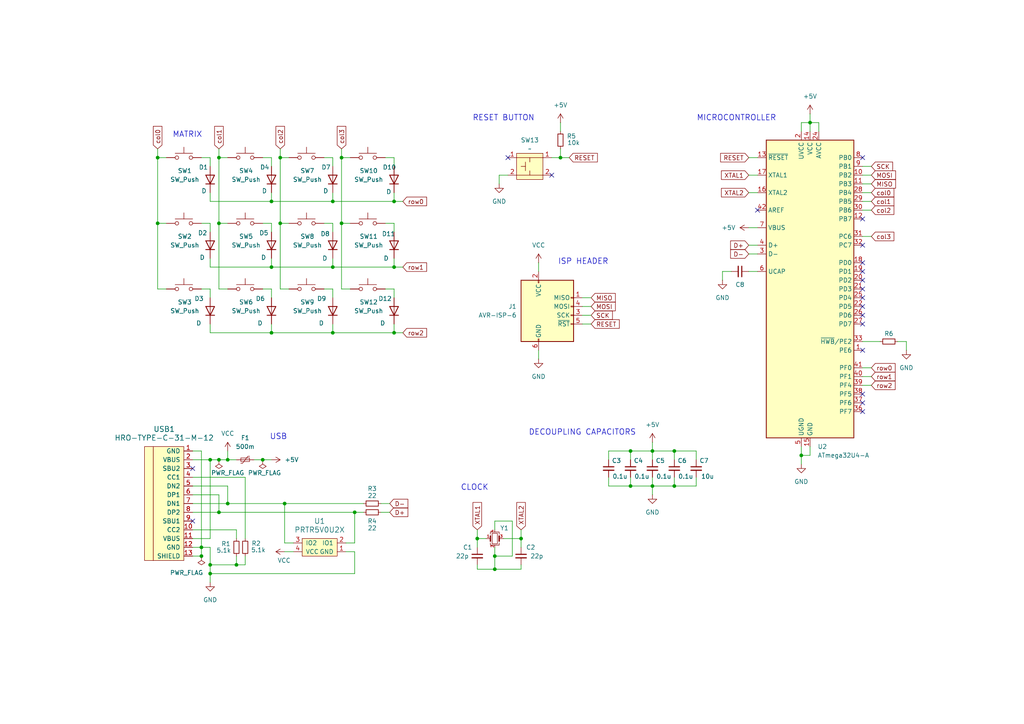
<source format=kicad_sch>
(kicad_sch (version 20231120) (generator "eeschema") (generator_version "8.0")
  (paper "A4")
  (lib_symbols
    (symbol "Connector:AVR-ISP-6" (pin_names (offset 1.016))
      (property "Reference" "J" (at -6.35 11.43 0))
      (property "Value" "AVR-ISP-6" (at 0 11.43 0))
      (symbol "AVR-ISP-6_0_1"
        (rectangle (start -2.667 -6.858) (end -2.413 -7.62))
        (rectangle (start -2.667 10.16) (end -2.413 9.398))
        (rectangle (start 7.62 -2.413) (end 6.858 -2.667))
        (rectangle (start 7.62 0.127) (end 6.858 -0.127))
        (rectangle (start 7.62 2.667) (end 6.858 2.413))
        (rectangle (start 7.62 5.207) (end 6.858 4.953))
        (rectangle (start 7.62 10.16) (end -7.62 -7.62) (stroke (width 0.254)) (fill (type background)))
      )
      (symbol "AVR-ISP-6_1_1"
        (pin passive line (at 10.16 5.08 180) (length 2.54) (name "MISO") (number "1"))
        (pin passive line (at -2.54 12.7 270) (length 2.54) (name "VCC") (number "2"))
        (pin passive line (at 10.16 0 180) (length 2.54) (name "SCK") (number "3"))
        (pin passive line (at 10.16 2.54 180) (length 2.54) (name "MOSI") (number "4"))
        (pin passive line (at 10.16 -2.54 180) (length 2.54) (name "~{RST}") (number "5"))
        (pin passive line (at -2.54 -10.16 90) (length 2.54) (name "GND") (number "6"))
      )
    )
    (symbol "Device:C_Small" (pin_numbers hide) (pin_names (offset 0.254) hide)
      (property "Reference" "C" (at 0.254 1.778 0))
      (property "Value" "C_Small" (at 0.254 -2.032 0))
      (symbol "C_Small_0_1"
        (polyline (pts (xy -1.524 -0.508) (xy 1.524 -0.508)) (stroke (width 0.3302)))
        (polyline (pts (xy -1.524 0.508) (xy 1.524 0.508)) (stroke (width 0.3048)))
      )
      (symbol "C_Small_1_1"
        (pin passive line (at 0 2.54 270) (length 2.032) (name "~") (number "1"))
        (pin passive line (at 0 -2.54 90) (length 2.032) (name "~") (number "2"))
      )
    )
    (symbol "Device:Crystal_GND24_Small" (pin_names (offset 1.016) hide)
      (property "Reference" "Y" (at 1.27 4.445 0))
      (property "Value" "Crystal_GND24_Small" (at 1.27 2.54 0))
      (symbol "Crystal_GND24_Small_0_1"
        (rectangle (start -0.762 -1.524) (end 0.762 1.524))
        (polyline (pts (xy -1.27 -0.762) (xy -1.27 0.762)) (stroke (width 0.381)))
        (polyline (pts (xy 1.27 -0.762) (xy 1.27 0.762)) (stroke (width 0.381)))
        (polyline (pts (xy -1.27 -1.27) (xy -1.27 -1.905) (xy 1.27 -1.905) (xy 1.27 -1.27)))
        (polyline (pts (xy -1.27 1.27) (xy -1.27 1.905) (xy 1.27 1.905) (xy 1.27 1.27)))
      )
      (symbol "Crystal_GND24_Small_1_1"
        (pin passive line (at -2.54 0 0) (length 1.27) (name "1") (number "1"))
        (pin passive line (at 0 -2.54 90) (length 0.635) (name "2") (number "2"))
        (pin passive line (at 2.54 0 180) (length 1.27) (name "3") (number "3"))
        (pin passive line (at 0 2.54 270) (length 0.635) (name "4") (number "4"))
      )
    )
    (symbol "Device:D" (pin_numbers hide) (pin_names (offset 1.016) hide)
      (property "Reference" "D" (at 0 2.54 0))
      (property "Value" "D" (at 0 -2.54 0))
      (symbol "D_0_1"
        (polyline (pts (xy -1.27 1.27) (xy -1.27 -1.27)) (stroke (width 0.254)))
        (polyline (pts (xy 1.27 0) (xy -1.27 0)))
        (polyline (pts (xy 1.27 1.27) (xy 1.27 -1.27) (xy -1.27 0) (xy 1.27 1.27)) (stroke (width 0.254)))
      )
      (symbol "D_1_1"
        (pin passive line (at -3.81 0 0) (length 2.54) (name "K") (number "1"))
        (pin passive line (at 3.81 0 180) (length 2.54) (name "A") (number "2"))
      )
    )
    (symbol "Device:Polyfuse_Small" (pin_numbers hide) (pin_names (offset 0))
      (property "Reference" "F" (at -1.905 0 90))
      (property "Value" "Polyfuse_Small" (at 1.905 0 90))
      (symbol "Polyfuse_Small_0_1"
        (rectangle (start -0.508 1.27) (end 0.508 -1.27))
        (polyline (pts (xy 0 2.54) (xy 0 -2.54)))
        (polyline (pts (xy -1.016 1.27) (xy -1.016 0.762) (xy 1.016 -0.762) (xy 1.016 -1.27)))
      )
      (symbol "Polyfuse_Small_1_1"
        (pin passive line (at 0 2.54 270) (length 0.635) (name "~") (number "1"))
        (pin passive line (at 0 -2.54 90) (length 0.635) (name "~") (number "2"))
      )
    )
    (symbol "Device:R_Small" (pin_numbers hide) (pin_names (offset 0.254) hide)
      (property "Reference" "R" (at 0.762 0.508 0))
      (property "Value" "R_Small" (at 0.762 -1.016 0))
      (symbol "R_Small_0_1"
        (rectangle (start -0.762 1.778) (end 0.762 -1.778) (stroke (width 0.2032)))
      )
      (symbol "R_Small_1_1"
        (pin passive line (at 0 2.54 270) (length 0.762) (name "~") (number "1"))
        (pin passive line (at 0 -2.54 90) (length 0.762) (name "~") (number "2"))
      )
    )
    (symbol "MCU_Microchip_ATmega:ATmega32U4-A"
      (property "Reference" "U" (at -12.7 44.45 0))
      (property "Value" "ATmega32U4-A" (at 2.54 -44.45 0))
      (symbol "ATmega32U4-A_0_1"
        (rectangle (start -12.7 -43.18) (end 12.7 43.18) (stroke (width 0.254)) (fill (type background)))
      )
      (symbol "ATmega32U4-A_1_1"
        (pin bidirectional line (at 15.24 -17.78 180) (length 2.54) (name "PE6") (number "1"))
        (pin bidirectional line (at 15.24 33.02 180) (length 2.54) (name "PB2") (number "10"))
        (pin bidirectional line (at 15.24 30.48 180) (length 2.54) (name "PB3") (number "11"))
        (pin bidirectional line (at 15.24 20.32 180) (length 2.54) (name "PB7") (number "12"))
        (pin input line (at -15.24 38.1 0) (length 2.54) (name "~{RESET}") (number "13"))
        (pin power_in line (at 0 45.72 270) (length 2.54) (name "VCC") (number "14"))
        (pin power_in line (at 0 -45.72 90) (length 2.54) (name "GND") (number "15"))
        (pin output line (at -15.24 27.94 0) (length 2.54) (name "XTAL2") (number "16"))
        (pin input line (at -15.24 33.02 0) (length 2.54) (name "XTAL1") (number "17"))
        (pin bidirectional line (at 15.24 7.62 180) (length 2.54) (name "PD0") (number "18"))
        (pin bidirectional line (at 15.24 5.08 180) (length 2.54) (name "PD1") (number "19"))
        (pin power_in line (at -2.54 45.72 270) (length 2.54) (name "UVCC") (number "2"))
        (pin bidirectional line (at 15.24 2.54 180) (length 2.54) (name "PD2") (number "20"))
        (pin bidirectional line (at 15.24 0 180) (length 2.54) (name "PD3") (number "21"))
        (pin bidirectional line (at 15.24 -5.08 180) (length 2.54) (name "PD5") (number "22"))
        (pin passive line (at 0 -45.72 90) (length 2.54) hide (name "GND") (number "23"))
        (pin power_in line (at 2.54 45.72 270) (length 2.54) (name "AVCC") (number "24"))
        (pin bidirectional line (at 15.24 -2.54 180) (length 2.54) (name "PD4") (number "25"))
        (pin bidirectional line (at 15.24 -7.62 180) (length 2.54) (name "PD6") (number "26"))
        (pin bidirectional line (at 15.24 -10.16 180) (length 2.54) (name "PD7") (number "27"))
        (pin bidirectional line (at 15.24 27.94 180) (length 2.54) (name "PB4") (number "28"))
        (pin bidirectional line (at 15.24 25.4 180) (length 2.54) (name "PB5") (number "29"))
        (pin bidirectional line (at -15.24 10.16 0) (length 2.54) (name "D-") (number "3"))
        (pin bidirectional line (at 15.24 22.86 180) (length 2.54) (name "PB6") (number "30"))
        (pin bidirectional line (at 15.24 15.24 180) (length 2.54) (name "PC6") (number "31"))
        (pin bidirectional line (at 15.24 12.7 180) (length 2.54) (name "PC7") (number "32"))
        (pin bidirectional line (at 15.24 -15.24 180) (length 2.54) (name "~{HWB}/PE2") (number "33"))
        (pin passive line (at 0 45.72 270) (length 2.54) hide (name "VCC") (number "34"))
        (pin passive line (at 0 -45.72 90) (length 2.54) hide (name "GND") (number "35"))
        (pin bidirectional line (at 15.24 -35.56 180) (length 2.54) (name "PF7") (number "36"))
        (pin bidirectional line (at 15.24 -33.02 180) (length 2.54) (name "PF6") (number "37"))
        (pin bidirectional line (at 15.24 -30.48 180) (length 2.54) (name "PF5") (number "38"))
        (pin bidirectional line (at 15.24 -27.94 180) (length 2.54) (name "PF4") (number "39"))
        (pin bidirectional line (at -15.24 12.7 0) (length 2.54) (name "D+") (number "4"))
        (pin bidirectional line (at 15.24 -25.4 180) (length 2.54) (name "PF1") (number "40"))
        (pin bidirectional line (at 15.24 -22.86 180) (length 2.54) (name "PF0") (number "41"))
        (pin passive line (at -15.24 22.86 0) (length 2.54) (name "AREF") (number "42"))
        (pin passive line (at 0 -45.72 90) (length 2.54) hide (name "GND") (number "43"))
        (pin passive line (at 2.54 45.72 270) (length 2.54) hide (name "AVCC") (number "44"))
        (pin passive line (at -2.54 -45.72 90) (length 2.54) (name "UGND") (number "5"))
        (pin passive line (at -15.24 5.08 0) (length 2.54) (name "UCAP") (number "6"))
        (pin input line (at -15.24 17.78 0) (length 2.54) (name "VBUS") (number "7"))
        (pin bidirectional line (at 15.24 38.1 180) (length 2.54) (name "PB0") (number "8"))
        (pin bidirectional line (at 15.24 35.56 180) (length 2.54) (name "PB1") (number "9"))
      )
    )
    (symbol "Switch:SW_Push" (pin_numbers hide) (pin_names (offset 1.016) hide)
      (property "Reference" "SW" (at 1.27 2.54 0))
      (property "Value" "SW_Push" (at 0 -1.524 0))
      (symbol "SW_Push_0_1"
        (circle (center -2.032 0) (radius 0.508))
        (polyline (pts (xy 0 1.27) (xy 0 3.048)))
        (polyline (pts (xy 2.54 1.27) (xy -2.54 1.27)))
        (circle (center 2.032 0) (radius 0.508))
        (pin passive line (at -5.08 0 0) (length 2.54) (name "1") (number "1"))
        (pin passive line (at 5.08 0 180) (length 2.54) (name "2") (number "2"))
      )
    )
    (symbol "Type-C:HRO-TYPE-C-31-M-12" (pin_names (offset 1.016))
      (property "Reference" "USB" (at -5.08 16.51 0))
      (property "Value" "HRO-TYPE-C-31-M-12" (at -10.16 -1.27 90))
      (symbol "HRO-TYPE-C-31-M-12_0_1"
        (rectangle (start -11.43 15.24) (end -8.89 -17.78) (fill (type background)))
        (rectangle (start 0 -17.78) (end -8.89 15.24) (fill (type background)))
      )
      (symbol "HRO-TYPE-C-31-M-12_1_1"
        (pin input line (at 2.54 13.97 180) (length 2.54) (name "GND") (number "1"))
        (pin input line (at 2.54 -8.89 180) (length 2.54) (name "CC2") (number "10"))
        (pin input line (at 2.54 -11.43 180) (length 2.54) (name "VBUS") (number "11"))
        (pin input line (at 2.54 -13.97 180) (length 2.54) (name "GND") (number "12"))
        (pin input line (at 2.54 -16.51 180) (length 2.54) (name "SHIELD") (number "13"))
        (pin input line (at 2.54 11.43 180) (length 2.54) (name "VBUS") (number "2"))
        (pin input line (at 2.54 8.89 180) (length 2.54) (name "SBU2") (number "3"))
        (pin input line (at 2.54 6.35 180) (length 2.54) (name "CC1") (number "4"))
        (pin input line (at 2.54 3.81 180) (length 2.54) (name "DN2") (number "5"))
        (pin input line (at 2.54 1.27 180) (length 2.54) (name "DP1") (number "6"))
        (pin input line (at 2.54 -1.27 180) (length 2.54) (name "DN1") (number "7"))
        (pin input line (at 2.54 -3.81 180) (length 2.54) (name "DP2") (number "8"))
        (pin input line (at 2.54 -6.35 180) (length 2.54) (name "SBU1") (number "9"))
      )
    )
    (symbol "local:SW_SKQG"
      (property "Reference" "SW" (at -1.27 5.08 0))
      (symbol "SW_SKQG_1_1"
        (rectangle (start -5.08 3.81) (end 2.54 -3.81) (fill (type background)))
        (polyline (pts (xy -5.08 2.54) (xy 2.54 2.54)))
        (polyline (pts (xy -2.54 0) (xy -3.81 0)))
        (polyline (pts (xy -2.54 1.27) (xy -2.54 -1.27)))
        (polyline (pts (xy -1.27 -2.54) (xy -1.27 -1.27)))
        (polyline (pts (xy 2.54 -2.54) (xy -5.08 -2.54)))
        (polyline (pts (xy -1.27 1.27) (xy -1.27 2.54) (xy -1.27 1.27)))
        (pin passive line (at -7.62 2.54 0) (length 2.54) (name "") (number "1"))
        (pin passive line (at 5.08 2.54 180) (length 2.54) (name "") (number "1"))
        (pin passive line (at -7.62 -2.54 0) (length 2.54) (name "") (number "2"))
        (pin passive line (at 5.08 -2.54 180) (length 2.54) (name "") (number "2"))
      )
    )
    (symbol "power:+5V" (power) (pin_numbers hide) (pin_names (offset 0) hide)
      (property "Value" "+5V" (at 0 3.556 0))
      (symbol "+5V_0_1"
        (polyline (pts (xy -0.762 1.27) (xy 0 2.54)))
        (polyline (pts (xy 0 0) (xy 0 2.54)))
        (polyline (pts (xy 0 2.54) (xy 0.762 1.27)))
      )
      (symbol "+5V_1_1"
        (pin power_in line (at 0 0 90) (length 0) (name "~") (number "1"))
      )
    )
    (symbol "power:GND" (power) (pin_numbers hide) (pin_names (offset 0) hide)
      (property "Value" "GND" (at 0 -3.81 0))
      (symbol "GND_0_1"
        (polyline (pts (xy 0 0) (xy 0 -1.27) (xy 1.27 -1.27) (xy 0 -2.54) (xy -1.27 -1.27) (xy 0 -1.27)))
      )
      (symbol "GND_1_1"
        (pin power_in line (at 0 0 270) (length 0) (name "~") (number "1"))
      )
    )
    (symbol "power:PWR_FLAG" (power) (pin_numbers hide) (pin_names (offset 0) hide)
      (property "Value" "PWR_FLAG" (at 0 3.81 0))
      (symbol "PWR_FLAG_0_0"
        (pin power_out line (at 0 0 90) (length 0) (name "~") (number "1"))
      )
      (symbol "PWR_FLAG_0_1"
        (polyline (pts (xy 0 0) (xy 0 1.27) (xy -1.016 1.905) (xy 0 2.54) (xy 1.016 1.905) (xy 0 1.27)))
      )
    )
    (symbol "power:VCC" (power) (pin_numbers hide) (pin_names (offset 0) hide)
      (property "Value" "VCC" (at 0 3.556 0))
      (symbol "VCC_0_1"
        (polyline (pts (xy -0.762 1.27) (xy 0 2.54)))
        (polyline (pts (xy 0 0) (xy 0 2.54)))
        (polyline (pts (xy 0 2.54) (xy 0.762 1.27)))
      )
      (symbol "VCC_1_1"
        (pin power_in line (at 0 0 90) (length 0) (name "~") (number "1"))
      )
    )
    (symbol "random-keyboard-parts:PRTR5V0U2X" (pin_names (offset 1.016))
      (property "Reference" "U" (at 0 3.81 0))
      (property "Value" "PRTR5V0U2X" (at 0 -3.81 0))
      (symbol "PRTR5V0U2X_0_1"
        (rectangle (start -5.08 2.54) (end 5.08 -2.54) (fill (type background)))
      )
      (symbol "PRTR5V0U2X_1_1"
        (pin input line (at -7.62 1.27 0) (length 2.54) (name "GND") (number "1"))
        (pin input line (at -7.62 -1.27 0) (length 2.54) (name "IO1") (number "2"))
        (pin input line (at 7.62 -1.27 180) (length 2.54) (name "IO2") (number "3"))
        (pin input line (at 7.62 1.27 180) (length 2.54) (name "VCC") (number "4"))
      )
    )
  )
  (junction (at 182.88 130.81))
  (junction (at 162.56 45.72))
  (junction (at 189.23 140.97))
  (junction (at 82.55 146.05))
  (junction (at 78.74 58.42))
  (junction (at 66.04 133.35))
  (junction (at 232.41 132.08))
  (junction (at 114.3 96.52))
  (junction (at 195.58 140.97))
  (junction (at 96.52 58.42))
  (junction (at 45.72 64.77))
  (junction (at 63.5 64.77))
  (junction (at 143.51 161.29))
  (junction (at 189.23 130.81))
  (junction (at 234.95 35.56))
  (junction (at 60.96 133.35))
  (junction (at 96.52 77.47))
  (junction (at 114.3 77.47))
  (junction (at 96.52 96.52))
  (junction (at 81.28 45.72))
  (junction (at 78.74 96.52))
  (junction (at 99.06 45.72))
  (junction (at 99.06 64.77))
  (junction (at 138.43 156.21))
  (junction (at 66.04 146.05))
  (junction (at 68.58 163.83))
  (junction (at 60.96 166.37))
  (junction (at 114.3 58.42))
  (junction (at 78.74 77.47))
  (junction (at 58.42 161.29))
  (junction (at 102.87 148.59))
  (junction (at 143.51 165.1))
  (junction (at 195.58 130.81))
  (junction (at 182.88 140.97))
  (junction (at 76.2 133.35))
  (junction (at 60.96 163.83))
  (junction (at 151.13 156.21))
  (junction (at 58.42 158.75))
  (junction (at 45.72 45.72))
  (junction (at 63.5 133.35))
  (junction (at 63.5 45.72))
  (junction (at 81.28 64.77))
  (junction (at 63.5 148.59))
  (no_connect (at 250.19 86.36))
  (no_connect (at 250.19 71.12))
  (no_connect (at 55.88 151.13))
  (no_connect (at 250.19 91.44))
  (no_connect (at 250.19 116.84))
  (no_connect (at 219.71 60.96))
  (no_connect (at 250.19 76.2))
  (no_connect (at 250.19 101.6))
  (no_connect (at 55.88 135.89))
  (no_connect (at 250.19 78.74))
  (no_connect (at 250.19 83.82))
  (no_connect (at 250.19 88.9))
  (no_connect (at 250.19 63.5))
  (no_connect (at 250.19 93.98))
  (no_connect (at 250.19 45.72))
  (no_connect (at 250.19 114.3))
  (no_connect (at 160.02 50.8))
  (no_connect (at 250.19 81.28))
  (no_connect (at 147.32 45.72))
  (no_connect (at 250.19 119.38))
  (wire (pts (xy 58.42 83.82) (xy 60.96 83.82)))
  (wire (pts (xy 55.88 146.05) (xy 66.04 146.05)))
  (wire (pts (xy 116.84 96.52) (xy 114.3 96.52)))
  (wire (pts (xy 212.09 78.74) (xy 209.55 78.74)))
  (wire (pts (xy 68.58 163.83) (xy 60.96 163.83)))
  (wire (pts (xy 100.33 157.48) (xy 102.87 157.48)))
  (wire (pts (xy 99.06 64.77) (xy 99.06 83.82)))
  (wire (pts (xy 96.52 55.88) (xy 96.52 58.42)))
  (wire (pts (xy 148.59 161.29) (xy 143.51 161.29)))
  (wire (pts (xy 234.95 132.08) (xy 232.41 132.08)))
  (wire (pts (xy 55.88 143.51) (xy 63.5 143.51)))
  (wire (pts (xy 78.74 45.72) (xy 78.74 48.26)))
  (wire (pts (xy 234.95 129.54) (xy 234.95 132.08)))
  (wire (pts (xy 162.56 35.56) (xy 162.56 38.1)))
  (wire (pts (xy 250.19 109.22) (xy 252.73 109.22)))
  (wire (pts (xy 78.74 96.52) (xy 96.52 96.52)))
  (wire (pts (xy 45.72 64.77) (xy 45.72 83.82)))
  (wire (pts (xy 99.06 45.72) (xy 99.06 64.77)))
  (wire (pts (xy 81.28 64.77) (xy 81.28 83.82)))
  (wire (pts (xy 114.3 93.98) (xy 114.3 96.52)))
  (wire (pts (xy 147.32 50.8) (xy 144.78 50.8)))
  (wire (pts (xy 201.93 130.81) (xy 201.93 133.35)))
  (wire (pts (xy 82.55 157.48) (xy 85.09 157.48)))
  (wire (pts (xy 48.26 83.82) (xy 45.72 83.82)))
  (wire (pts (xy 111.76 45.72) (xy 114.3 45.72)))
  (wire (pts (xy 138.43 156.21) (xy 138.43 158.75)))
  (wire (pts (xy 217.17 73.66) (xy 219.71 73.66)))
  (wire (pts (xy 143.51 153.67) (xy 143.51 151.13)))
  (wire (pts (xy 83.82 83.82) (xy 81.28 83.82)))
  (wire (pts (xy 63.5 64.77) (xy 63.5 83.82)))
  (wire (pts (xy 58.42 158.75) (xy 60.96 158.75)))
  (wire (pts (xy 96.52 64.77) (xy 96.52 67.31)))
  (wire (pts (xy 114.3 45.72) (xy 114.3 48.26)))
  (wire (pts (xy 234.95 35.56) (xy 237.49 35.56)))
  (wire (pts (xy 138.43 163.83) (xy 138.43 165.1)))
  (wire (pts (xy 82.55 146.05) (xy 105.41 146.05)))
  (wire (pts (xy 58.42 158.75) (xy 58.42 161.29)))
  (wire (pts (xy 93.98 83.82) (xy 96.52 83.82)))
  (wire (pts (xy 168.91 86.36) (xy 171.45 86.36)))
  (wire (pts (xy 232.41 132.08) (xy 232.41 129.54)))
  (wire (pts (xy 182.88 130.81) (xy 189.23 130.81)))
  (wire (pts (xy 48.26 64.77) (xy 45.72 64.77)))
  (wire (pts (xy 160.02 45.72) (xy 162.56 45.72)))
  (wire (pts (xy 76.2 133.35) (xy 78.74 133.35)))
  (wire (pts (xy 237.49 35.56) (xy 237.49 38.1)))
  (wire (pts (xy 168.91 88.9) (xy 171.45 88.9)))
  (wire (pts (xy 195.58 130.81) (xy 195.58 133.35)))
  (wire (pts (xy 81.28 43.18) (xy 81.28 45.72)))
  (wire (pts (xy 76.2 64.77) (xy 78.74 64.77)))
  (wire (pts (xy 58.42 130.81) (xy 58.42 158.75)))
  (wire (pts (xy 63.5 133.35) (xy 66.04 133.35)))
  (wire (pts (xy 66.04 140.97) (xy 66.04 146.05)))
  (wire (pts (xy 232.41 38.1) (xy 232.41 35.56)))
  (wire (pts (xy 58.42 45.72) (xy 60.96 45.72)))
  (wire (pts (xy 111.76 83.82) (xy 114.3 83.82)))
  (wire (pts (xy 148.59 151.13) (xy 148.59 161.29)))
  (wire (pts (xy 182.88 140.97) (xy 189.23 140.97)))
  (wire (pts (xy 114.3 83.82) (xy 114.3 86.36)))
  (wire (pts (xy 232.41 35.56) (xy 234.95 35.56)))
  (wire (pts (xy 60.96 158.75) (xy 60.96 163.83)))
  (wire (pts (xy 55.88 158.75) (xy 58.42 158.75)))
  (wire (pts (xy 55.88 140.97) (xy 66.04 140.97)))
  (wire (pts (xy 110.49 148.59) (xy 113.03 148.59)))
  (wire (pts (xy 189.23 130.81) (xy 195.58 130.81)))
  (wire (pts (xy 101.6 45.72) (xy 99.06 45.72)))
  (wire (pts (xy 111.76 64.77) (xy 114.3 64.77)))
  (wire (pts (xy 189.23 140.97) (xy 189.23 143.51)))
  (wire (pts (xy 96.52 74.93) (xy 96.52 77.47)))
  (wire (pts (xy 114.3 74.93) (xy 114.3 77.47)))
  (wire (pts (xy 60.96 58.42) (xy 78.74 58.42)))
  (wire (pts (xy 68.58 153.67) (xy 68.58 156.21)))
  (wire (pts (xy 217.17 71.12) (xy 219.71 71.12)))
  (wire (pts (xy 60.96 55.88) (xy 60.96 58.42)))
  (wire (pts (xy 71.12 163.83) (xy 68.58 163.83)))
  (wire (pts (xy 189.23 138.43) (xy 189.23 140.97)))
  (wire (pts (xy 156.21 76.2) (xy 156.21 78.74)))
  (wire (pts (xy 100.33 160.02) (xy 102.87 160.02)))
  (wire (pts (xy 66.04 83.82) (xy 63.5 83.82)))
  (wire (pts (xy 73.66 133.35) (xy 76.2 133.35)))
  (wire (pts (xy 82.55 160.02) (xy 85.09 160.02)))
  (wire (pts (xy 55.88 130.81) (xy 58.42 130.81)))
  (wire (pts (xy 102.87 157.48) (xy 102.87 148.59)))
  (wire (pts (xy 55.88 148.59) (xy 63.5 148.59)))
  (wire (pts (xy 60.96 64.77) (xy 60.96 67.31)))
  (wire (pts (xy 60.96 166.37) (xy 60.96 168.91)))
  (wire (pts (xy 58.42 161.29) (xy 55.88 161.29)))
  (wire (pts (xy 143.51 161.29) (xy 143.51 165.1)))
  (wire (pts (xy 156.21 101.6) (xy 156.21 104.14)))
  (wire (pts (xy 63.5 45.72) (xy 63.5 64.77)))
  (wire (pts (xy 81.28 45.72) (xy 81.28 64.77)))
  (wire (pts (xy 60.96 93.98) (xy 60.96 96.52)))
  (wire (pts (xy 143.51 161.29) (xy 143.51 158.75)))
  (wire (pts (xy 60.96 74.93) (xy 60.96 77.47)))
  (wire (pts (xy 93.98 64.77) (xy 96.52 64.77)))
  (wire (pts (xy 217.17 45.72) (xy 219.71 45.72)))
  (wire (pts (xy 78.74 55.88) (xy 78.74 58.42)))
  (wire (pts (xy 143.51 165.1) (xy 151.13 165.1)))
  (wire (pts (xy 182.88 130.81) (xy 182.88 133.35)))
  (wire (pts (xy 68.58 161.29) (xy 68.58 163.83)))
  (wire (pts (xy 138.43 153.67) (xy 138.43 156.21)))
  (wire (pts (xy 146.05 156.21) (xy 151.13 156.21)))
  (wire (pts (xy 96.52 45.72) (xy 96.52 48.26)))
  (wire (pts (xy 78.74 77.47) (xy 60.96 77.47)))
  (wire (pts (xy 60.96 83.82) (xy 60.96 86.36)))
  (wire (pts (xy 76.2 45.72) (xy 78.74 45.72)))
  (wire (pts (xy 151.13 158.75) (xy 151.13 156.21)))
  (wire (pts (xy 217.17 50.8) (xy 219.71 50.8)))
  (wire (pts (xy 250.19 50.8) (xy 252.73 50.8)))
  (wire (pts (xy 250.19 99.06) (xy 255.27 99.06)))
  (wire (pts (xy 78.74 77.47) (xy 96.52 77.47)))
  (wire (pts (xy 60.96 133.35) (xy 63.5 133.35)))
  (wire (pts (xy 55.88 156.21) (xy 60.96 156.21)))
  (wire (pts (xy 176.53 138.43) (xy 176.53 140.97)))
  (wire (pts (xy 60.96 45.72) (xy 60.96 48.26)))
  (wire (pts (xy 189.23 140.97) (xy 195.58 140.97)))
  (wire (pts (xy 250.19 106.68) (xy 252.73 106.68)))
  (wire (pts (xy 232.41 132.08) (xy 232.41 134.62)))
  (wire (pts (xy 60.96 163.83) (xy 60.96 166.37)))
  (wire (pts (xy 176.53 140.97) (xy 182.88 140.97)))
  (wire (pts (xy 250.19 55.88) (xy 252.73 55.88)))
  (wire (pts (xy 96.52 58.42) (xy 78.74 58.42)))
  (wire (pts (xy 217.17 66.04) (xy 219.71 66.04)))
  (wire (pts (xy 55.88 138.43) (xy 71.12 138.43)))
  (wire (pts (xy 96.52 93.98) (xy 96.52 96.52)))
  (wire (pts (xy 176.53 133.35) (xy 176.53 130.81)))
  (wire (pts (xy 168.91 93.98) (xy 171.45 93.98)))
  (wire (pts (xy 250.19 53.34) (xy 252.73 53.34)))
  (wire (pts (xy 102.87 166.37) (xy 102.87 160.02)))
  (wire (pts (xy 217.17 55.88) (xy 219.71 55.88)))
  (wire (pts (xy 114.3 58.42) (xy 114.3 55.88)))
  (wire (pts (xy 101.6 83.82) (xy 99.06 83.82)))
  (wire (pts (xy 151.13 165.1) (xy 151.13 163.83)))
  (wire (pts (xy 66.04 130.81) (xy 66.04 133.35)))
  (wire (pts (xy 63.5 148.59) (xy 102.87 148.59)))
  (wire (pts (xy 45.72 43.18) (xy 45.72 45.72)))
  (wire (pts (xy 176.53 130.81) (xy 182.88 130.81)))
  (wire (pts (xy 162.56 45.72) (xy 165.1 45.72)))
  (wire (pts (xy 63.5 143.51) (xy 63.5 148.59)))
  (wire (pts (xy 76.2 83.82) (xy 78.74 83.82)))
  (wire (pts (xy 58.42 64.77) (xy 60.96 64.77)))
  (wire (pts (xy 252.73 48.26) (xy 250.19 48.26)))
  (wire (pts (xy 48.26 45.72) (xy 45.72 45.72)))
  (wire (pts (xy 116.84 58.42) (xy 114.3 58.42)))
  (wire (pts (xy 234.95 38.1) (xy 234.95 35.56)))
  (wire (pts (xy 114.3 64.77) (xy 114.3 67.31)))
  (wire (pts (xy 96.52 83.82) (xy 96.52 86.36)))
  (wire (pts (xy 55.88 153.67) (xy 68.58 153.67)))
  (wire (pts (xy 99.06 43.18) (xy 99.06 45.72)))
  (wire (pts (xy 116.84 77.47) (xy 114.3 77.47)))
  (wire (pts (xy 66.04 45.72) (xy 63.5 45.72)))
  (wire (pts (xy 151.13 153.67) (xy 151.13 156.21)))
  (wire (pts (xy 78.74 93.98) (xy 78.74 96.52)))
  (wire (pts (xy 143.51 151.13) (xy 148.59 151.13)))
  (wire (pts (xy 114.3 77.47) (xy 96.52 77.47)))
  (wire (pts (xy 66.04 64.77) (xy 63.5 64.77)))
  (wire (pts (xy 138.43 165.1) (xy 143.51 165.1)))
  (wire (pts (xy 45.72 45.72) (xy 45.72 64.77)))
  (wire (pts (xy 189.23 128.27) (xy 189.23 130.81)))
  (wire (pts (xy 83.82 45.72) (xy 81.28 45.72)))
  (wire (pts (xy 250.19 58.42) (xy 252.73 58.42)))
  (wire (pts (xy 195.58 138.43) (xy 195.58 140.97)))
  (wire (pts (xy 96.52 96.52) (xy 114.3 96.52)))
  (wire (pts (xy 250.19 60.96) (xy 252.73 60.96)))
  (wire (pts (xy 144.78 50.8) (xy 144.78 53.34)))
  (wire (pts (xy 78.74 74.93) (xy 78.74 77.47)))
  (wire (pts (xy 168.91 91.44) (xy 171.45 91.44)))
  (wire (pts (xy 63.5 43.18) (xy 63.5 45.72)))
  (wire (pts (xy 60.96 133.35) (xy 60.96 156.21)))
  (wire (pts (xy 250.19 68.58) (xy 252.73 68.58)))
  (wire (pts (xy 78.74 64.77) (xy 78.74 67.31)))
  (wire (pts (xy 55.88 133.35) (xy 60.96 133.35)))
  (wire (pts (xy 101.6 64.77) (xy 99.06 64.77)))
  (wire (pts (xy 262.89 99.06) (xy 262.89 101.6)))
  (wire (pts (xy 83.82 64.77) (xy 81.28 64.77)))
  (wire (pts (xy 71.12 161.29) (xy 71.12 163.83)))
  (wire (pts (xy 60.96 166.37) (xy 102.87 166.37)))
  (wire (pts (xy 93.98 45.72) (xy 96.52 45.72)))
  (wire (pts (xy 162.56 43.18) (xy 162.56 45.72)))
  (wire (pts (xy 78.74 96.52) (xy 60.96 96.52)))
  (wire (pts (xy 209.55 78.74) (xy 209.55 81.28)))
  (wire (pts (xy 201.93 138.43) (xy 201.93 140.97)))
  (wire (pts (xy 102.87 148.59) (xy 105.41 148.59)))
  (wire (pts (xy 234.95 33.02) (xy 234.95 35.56)))
  (wire (pts (xy 140.97 156.21) (xy 138.43 156.21)))
  (wire (pts (xy 260.35 99.06) (xy 262.89 99.06)))
  (wire (pts (xy 195.58 130.81) (xy 201.93 130.81)))
  (wire (pts (xy 82.55 157.48) (xy 82.55 146.05)))
  (wire (pts (xy 250.19 111.76) (xy 252.73 111.76)))
  (wire (pts (xy 182.88 138.43) (xy 182.88 140.97)))
  (wire (pts (xy 110.49 146.05) (xy 113.03 146.05)))
  (wire (pts (xy 96.52 58.42) (xy 114.3 58.42)))
  (wire (pts (xy 68.58 133.35) (xy 66.04 133.35)))
  (wire (pts (xy 189.23 130.81) (xy 189.23 133.35)))
  (wire (pts (xy 66.04 146.05) (xy 82.55 146.05)))
  (wire (pts (xy 217.17 78.74) (xy 219.71 78.74)))
  (wire (pts (xy 195.58 140.97) (xy 201.93 140.97)))
  (wire (pts (xy 71.12 138.43) (xy 71.12 156.21)))
  (wire (pts (xy 78.74 83.82) (xy 78.74 86.36)))
  (text "MICROCONTROLLER" (at 213.614 34.29 0) (effects (font (size 1.6256 1.6256))))
  (text "RESET BUTTON" (at 146.05 34.29 0) (effects (font (size 1.6256 1.6256))))
  (text "ISP HEADER" (at 169.164 75.946 0) (effects (font (size 1.6256 1.6256))))
  (text "MATRIX" (at 54.356 39.116 0) (effects (font (size 1.6256 1.6256))))
  (text "CLOCK" (at 137.668 141.478 0) (effects (font (size 1.6256 1.6256))))
  (text "USB" (at 80.772 126.746 0) (effects (font (size 1.6256 1.6256))))
  (text "DECOUPLING CAPACITORS" (at 168.91 125.476 0) (effects (font (size 1.6256 1.6256))))
  (global_label "col0" (shape input) (at 45.72 43.18 90) (property "Intersheetrefs" "${INTERSHEET_REFS}" (effects (hide yes))))
  (global_label "col3" (shape input) (at 99.06 43.18 90) (property "Intersheetrefs" "${INTERSHEET_REFS}" (effects (hide yes))))
  (global_label "row1" (shape input) (at 116.84 77.47 0) (property "Intersheetrefs" "${INTERSHEET_REFS}" (effects (hide yes))))
  (global_label "RESET" (shape input) (at 165.1 45.72 0) (property "Intersheetrefs" "${INTERSHEET_REFS}" (effects (hide yes))))
  (global_label "col1" (shape input) (at 252.73 58.42 0) (property "Intersheetrefs" "${INTERSHEET_REFS}" (effects (hide yes))))
  (global_label "MOSI" (shape input) (at 252.73 50.8 0) (property "Intersheetrefs" "${INTERSHEET_REFS}" (effects (hide yes))))
  (global_label "XTAL1" (shape input) (at 138.43 153.67 90) (property "Intersheetrefs" "${INTERSHEET_REFS}" (effects (hide yes))))
  (global_label "XTAL1" (shape input) (at 217.17 50.8 180) (property "Intersheetrefs" "${INTERSHEET_REFS}" (effects (hide yes))))
  (global_label "D+" (shape input) (at 113.03 148.59 0) (property "Intersheetrefs" "${INTERSHEET_REFS}" (effects (hide yes))))
  (global_label "XTAL2" (shape input) (at 217.17 55.88 180) (property "Intersheetrefs" "${INTERSHEET_REFS}" (effects (hide yes))))
  (global_label "col3" (shape input) (at 252.73 68.58 0) (property "Intersheetrefs" "${INTERSHEET_REFS}" (effects (hide yes))))
  (global_label "col2" (shape input) (at 81.28 43.18 90) (property "Intersheetrefs" "${INTERSHEET_REFS}" (effects (hide yes))))
  (global_label "XTAL2" (shape input) (at 151.13 153.67 90) (property "Intersheetrefs" "${INTERSHEET_REFS}" (effects (hide yes))))
  (global_label "SCK" (shape input) (at 252.73 48.26 0) (property "Intersheetrefs" "${INTERSHEET_REFS}" (effects (hide yes))))
  (global_label "MISO" (shape input) (at 171.45 86.36 0) (property "Intersheetrefs" "${INTERSHEET_REFS}" (effects (hide yes))))
  (global_label "col1" (shape input) (at 63.5 43.18 90) (property "Intersheetrefs" "${INTERSHEET_REFS}" (effects (hide yes))))
  (global_label "D-" (shape input) (at 113.03 146.05 0) (property "Intersheetrefs" "${INTERSHEET_REFS}" (effects (hide yes))))
  (global_label "MISO" (shape input) (at 252.73 53.34 0) (property "Intersheetrefs" "${INTERSHEET_REFS}" (effects (hide yes))))
  (global_label "SCK" (shape input) (at 171.45 91.44 0) (property "Intersheetrefs" "${INTERSHEET_REFS}" (effects (hide yes))))
  (global_label "row1" (shape input) (at 252.73 109.22 0) (property "Intersheetrefs" "${INTERSHEET_REFS}" (effects (hide yes))))
  (global_label "RESET" (shape input) (at 171.45 93.98 0) (property "Intersheetrefs" "${INTERSHEET_REFS}" (effects (hide yes))))
  (global_label "row0" (shape input) (at 252.73 106.68 0) (property "Intersheetrefs" "${INTERSHEET_REFS}" (effects (hide yes))))
  (global_label "RESET" (shape input) (at 217.17 45.72 180) (property "Intersheetrefs" "${INTERSHEET_REFS}" (effects (hide yes))))
  (global_label "col2" (shape input) (at 252.73 60.96 0) (property "Intersheetrefs" "${INTERSHEET_REFS}" (effects (hide yes))))
  (global_label "row0" (shape input) (at 116.84 58.42 0) (property "Intersheetrefs" "${INTERSHEET_REFS}" (effects (hide yes))))
  (global_label "D+" (shape input) (at 217.17 71.12 180) (property "Intersheetrefs" "${INTERSHEET_REFS}" (effects (hide yes))))
  (global_label "row2" (shape input) (at 252.73 111.76 0) (property "Intersheetrefs" "${INTERSHEET_REFS}" (effects (hide yes))))
  (global_label "row2" (shape input) (at 116.84 96.52 0) (property "Intersheetrefs" "${INTERSHEET_REFS}" (effects (hide yes))))
  (global_label "MOSI" (shape input) (at 171.45 88.9 0) (property "Intersheetrefs" "${INTERSHEET_REFS}" (effects (hide yes))))
  (global_label "D-" (shape input) (at 217.17 73.66 180) (property "Intersheetrefs" "${INTERSHEET_REFS}" (effects (hide yes))))
  (global_label "col0" (shape input) (at 252.73 55.88 0) (property "Intersheetrefs" "${INTERSHEET_REFS}" (effects (hide yes))))
  (symbol (lib_id "power:+5V") (at 78.74 133.35 270) (unit 1)
    (property "Reference" "#PWR03" (effects (hide yes)))
    (property "Value" "+5V" (at 82.55 133.3499 90) (effects (justify left)))
    (property "Description" "Power symbol creates a global label with name \"+5V\"" (effects (hide yes)))
  )
  (symbol (lib_id "Device:R_Small") (at 107.95 148.59 270) (unit 1)
    (property "Reference" "R4" (at 107.95 151.13 90))
    (property "Value" "22" (at 107.95 153.162 90))
    (property "Footprint" "Resistor_SMD:R_0805_2012Metric_Pad1.20x1.40mm_HandSolder" (effects (hide yes)))
    (property "Description" "Resistor, small symbol" (effects (hide yes)))
  )
  (symbol (lib_id "Device:D") (at 114.3 90.17 90) (unit 1)
    (property "Reference" "D12" (at 109.728 86.614 90) (effects (justify right)))
    (property "Value" "D" (at 110.236 93.726 90) (effects (justify right)))
    (property "Footprint" "Diode_SMD:D_SOD-123" (effects (hide yes)))
    (property "Description" "Diode" (effects (hide yes)))
    (property "Sim.Device" "D" (effects (hide yes)))
    (property "Sim.Pins" "1=K 2=A" (effects (hide yes)))
  )
  (symbol (lib_id "Switch:SW_Push") (at 53.34 83.82 0) (unit 1)
    (property "Reference" "SW3" (at 53.594 87.63 0))
    (property "Value" "SW_Push" (at 53.594 90.17 0))
    (property "Footprint" "Alps_Only:ALPS-1U" (effects (hide yes)))
    (property "Description" "Push button switch, generic, two pins" (effects (hide yes)))
  )
  (symbol (lib_id "Switch:SW_Push") (at 106.68 83.82 0) (unit 1)
    (property "Reference" "SW12" (at 106.934 87.63 0))
    (property "Value" "SW_Push" (at 106.934 90.17 0))
    (property "Footprint" "Alps_Only:ALPS-1U" (effects (hide yes)))
    (property "Description" "Push button switch, generic, two pins" (effects (hide yes)))
  )
  (symbol (lib_id "power:+5V") (at 189.23 128.27 0) (unit 1)
    (property "Reference" "#PWR09" (effects (hide yes)))
    (property "Value" "+5V" (at 189.23 123.19 0))
    (property "Description" "Power symbol creates a global label with name \"+5V\"" (effects (hide yes)))
  )
  (symbol (lib_id "Device:D") (at 114.3 71.12 90) (unit 1)
    (property "Reference" "D11" (at 110.744 67.818 90) (effects (justify right)))
    (property "Value" "D" (at 111.252 74.93 90) (effects (justify right)))
    (property "Footprint" "Diode_SMD:D_SOD-123" (effects (hide yes)))
    (property "Description" "Diode" (effects (hide yes)))
    (property "Sim.Device" "D" (effects (hide yes)))
    (property "Sim.Pins" "1=K 2=A" (effects (hide yes)))
  )
  (symbol (lib_id "Switch:SW_Push") (at 106.68 64.77 0) (unit 1)
    (property "Reference" "SW11" (at 106.934 68.58 0))
    (property "Value" "SW_Push" (at 106.934 71.12 0))
    (property "Footprint" "Alps_Only:ALPS-1U" (effects (hide yes)))
    (property "Description" "Push button switch, generic, two pins" (effects (hide yes)))
  )
  (symbol (lib_id "power:VCC") (at 156.21 76.2 0) (unit 1)
    (property "Reference" "#PWR06" (effects (hide yes)))
    (property "Value" "VCC" (at 156.21 71.12 0))
    (property "Description" "Power symbol creates a global label with name \"VCC\"" (effects (hide yes)))
  )
  (symbol (lib_id "Device:D") (at 96.52 52.07 90) (unit 1)
    (property "Reference" "D7" (at 93.218 48.514 90) (effects (justify right)))
    (property "Value" "D" (at 93.726 55.372 90) (effects (justify right)))
    (property "Footprint" "Diode_SMD:D_SOD-123" (effects (hide yes)))
    (property "Description" "Diode" (effects (hide yes)))
    (property "Sim.Device" "D" (effects (hide yes)))
    (property "Sim.Pins" "1=K 2=A" (effects (hide yes)))
  )
  (symbol (lib_id "local:SW_SKQG") (at 154.94 48.26 0) (unit 1)
    (property "Reference" "SW13" (at 153.67 40.64 0))
    (property "Value" "~" (at 153.67 43.18 0))
    (property "Footprint" "Button_Switch_SMD:SW_SPST_SKQG_WithStem" (effects (hide yes)))
  )
  (symbol (lib_id "Switch:SW_Push") (at 71.12 45.72 0) (unit 1)
    (property "Reference" "SW4" (at 71.374 49.53 0))
    (property "Value" "SW_Push" (at 71.374 52.07 0))
    (property "Footprint" "Alps_Only:ALPS-1U" (effects (hide yes)))
    (property "Description" "Push button switch, generic, two pins" (effects (hide yes)))
  )
  (symbol (lib_id "Device:R_Small") (at 162.56 40.64 180) (unit 1)
    (property "Reference" "R5" (at 165.735 39.497 0))
    (property "Value" "10k" (at 166.37 41.402 0))
    (property "Footprint" "Resistor_SMD:R_0805_2012Metric_Pad1.20x1.40mm_HandSolder" (effects (hide yes)))
    (property "Description" "Resistor, small symbol" (effects (hide yes)))
  )
  (symbol (lib_id "Device:C_Small") (at 138.43 161.29 0) (unit 1)
    (property "Reference" "C1" (at 135.636 158.75 0))
    (property "Value" "22p" (at 134.112 161.29 0))
    (property "Footprint" "Capacitor_SMD:C_0805_2012Metric_Pad1.18x1.45mm_HandSolder" (effects (hide yes)))
    (property "Description" "Unpolarized capacitor, small symbol" (effects (hide yes)))
  )
  (symbol (lib_id "Type-C:HRO-TYPE-C-31-M-12") (at 53.34 144.78 0) (unit 1)
    (property "Reference" "USB1" (at 47.625 124.46 0) (effects (font (size 1.524 1.524))))
    (property "Value" "HRO-TYPE-C-31-M-12" (at 47.625 127 0) (effects (font (size 1.524 1.524))))
    (property "Footprint" "Type-C:HRO-TYPE-C-31-M-12-HandSoldering" (effects (hide yes)))
  )
  (symbol (lib_id "Device:R_Small") (at 257.81 99.06 270) (unit 1)
    (property "Reference" "R6" (at 257.81 96.774 90))
    (property "Value" "R_Small" (effects (hide yes)))
    (property "Footprint" "Resistor_SMD:R_0805_2012Metric_Pad1.20x1.40mm_HandSolder" (effects (hide yes)))
    (property "Description" "Resistor, small symbol" (effects (hide yes)))
  )
  (symbol (lib_id "power:PWR_FLAG") (at 76.2 133.35 180) (unit 1)
    (property "Reference" "#FLG03" (effects (hide yes)))
    (property "Value" "PWR_FLAG" (at 76.708 137.16 0))
    (property "Description" "Special symbol for telling ERC where power comes from" (effects (hide yes)))
  )
  (symbol (lib_id "Switch:SW_Push") (at 53.34 45.72 0) (unit 1)
    (property "Reference" "SW1" (at 53.594 49.53 0))
    (property "Value" "SW_Push" (at 53.594 52.07 0))
    (property "Footprint" "Alps_Only:ALPS-1U" (effects (hide yes)))
    (property "Description" "Push button switch, generic, two pins" (effects (hide yes)))
  )
  (symbol (lib_id "Device:D") (at 78.74 90.17 90) (unit 1)
    (property "Reference" "D6" (at 74.168 86.614 90) (effects (justify right)))
    (property "Value" "D" (at 74.676 93.726 90) (effects (justify right)))
    (property "Footprint" "Diode_SMD:D_SOD-123" (effects (hide yes)))
    (property "Description" "Diode" (effects (hide yes)))
    (property "Sim.Device" "D" (effects (hide yes)))
    (property "Sim.Pins" "1=K 2=A" (effects (hide yes)))
  )
  (symbol (lib_id "Device:D") (at 60.96 90.17 90) (unit 1)
    (property "Reference" "D3" (at 56.388 86.614 90) (effects (justify right)))
    (property "Value" "D" (at 56.896 93.726 90) (effects (justify right)))
    (property "Footprint" "Diode_SMD:D_SOD-123" (effects (hide yes)))
    (property "Description" "Diode" (effects (hide yes)))
    (property "Sim.Device" "D" (effects (hide yes)))
    (property "Sim.Pins" "1=K 2=A" (effects (hide yes)))
  )
  (symbol (lib_id "Switch:SW_Push") (at 71.12 83.82 0) (unit 1)
    (property "Reference" "SW6" (at 71.374 87.63 0))
    (property "Value" "SW_Push" (at 71.374 90.17 0))
    (property "Footprint" "Alps_Only:ALPS-1U" (effects (hide yes)))
    (property "Description" "Push button switch, generic, two pins" (effects (hide yes)))
  )
  (symbol (lib_id "Device:C_Small") (at 176.53 135.89 0) (unit 1)
    (property "Reference" "C3" (at 178.816 133.604 0))
    (property "Value" "0.1u" (at 179.832 138.176 0))
    (property "Footprint" "Capacitor_SMD:C_0805_2012Metric_Pad1.18x1.45mm_HandSolder" (effects (hide yes)))
    (property "Description" "Unpolarized capacitor, small symbol" (effects (hide yes)))
  )
  (symbol (lib_id "power:VCC") (at 82.55 160.02 90) (unit 1)
    (property "Reference" "#PWR04" (effects (hide yes)))
    (property "Value" "VCC" (at 84.328 162.56 90) (effects (justify left)))
    (property "Description" "Power symbol creates a global label with name \"VCC\"" (effects (hide yes)))
  )
  (symbol (lib_id "power:GND") (at 60.96 168.91 0) (unit 1)
    (property "Reference" "#PWR01" (effects (hide yes)))
    (property "Value" "GND" (at 60.96 173.99 0))
    (property "Description" "Power symbol creates a global label with name \"GND\" , ground" (effects (hide yes)))
  )
  (symbol (lib_id "MCU_Microchip_ATmega:ATmega32U4-A") (at 234.95 83.82 0) (unit 1)
    (property "Reference" "U2" (at 237.1441 129.54 0) (effects (justify left)))
    (property "Value" "ATmega32U4-A" (at 237.1441 132.08 0) (effects (justify left)))
    (property "Footprint" "Package_QFP:TQFP-44_10x10mm_P0.8mm" (effects (hide yes)))
    (property "Datasheet" "http://ww1.microchip.com/downloads/en/DeviceDoc/Atmel-7766-8-bit-AVR-ATmega16U4-32U4_Datasheet.pdf" (effects (hide yes)))
    (property "Description" "16MHz, 32kB Flash, 2.5kB SRAM, 1kB EEPROM, USB 2.0, TQFP-44" (effects (hide yes)))
  )
  (symbol (lib_id "power:PWR_FLAG") (at 63.5 133.35 180) (unit 1)
    (property "Reference" "#FLG02" (effects (hide yes)))
    (property "Value" "PWR_FLAG" (at 66.04 137.16 0))
    (property "Description" "Special symbol for telling ERC where power comes from" (effects (hide yes)))
  )
  (symbol (lib_id "Device:Polyfuse_Small") (at 71.12 133.35 270) (unit 1)
    (property "Reference" "F1" (at 71.12 127 90))
    (property "Value" "500m" (at 71.12 129.54 90))
    (property "Footprint" "Fuse:Fuse_1206_3216Metric_Pad1.42x1.75mm_HandSolder" (effects (hide yes)))
    (property "Description" "Resettable fuse, polymeric positive temperature coefficient, small symbol" (effects (hide yes)))
  )
  (symbol (lib_id "Device:C_Small") (at 201.93 135.89 0) (unit 1)
    (property "Reference" "C7" (at 204.216 133.604 0))
    (property "Value" "10u" (at 205.232 138.176 0))
    (property "Footprint" "Capacitor_SMD:C_0805_2012Metric_Pad1.18x1.45mm_HandSolder" (effects (hide yes)))
    (property "Description" "Unpolarized capacitor, small symbol" (effects (hide yes)))
  )
  (symbol (lib_id "Switch:SW_Push") (at 71.12 64.77 0) (unit 1)
    (property "Reference" "SW5" (at 71.374 68.58 0))
    (property "Value" "SW_Push" (at 71.374 71.12 0))
    (property "Footprint" "Alps_Only:ALPS-1U" (effects (hide yes)))
    (property "Description" "Push button switch, generic, two pins" (effects (hide yes)))
  )
  (symbol (lib_id "Switch:SW_Push") (at 88.9 64.77 0) (unit 1)
    (property "Reference" "SW8" (at 89.154 68.58 0))
    (property "Value" "SW_Push" (at 89.154 71.12 0))
    (property "Footprint" "Alps_Only:ALPS-1U" (effects (hide yes)))
    (property "Description" "Push button switch, generic, two pins" (effects (hide yes)))
  )
  (symbol (lib_id "Connector:AVR-ISP-6") (at 158.75 91.44 0) (unit 1)
    (property "Reference" "J1" (at 149.86 88.8999 0) (effects (justify right)))
    (property "Value" "AVR-ISP-6" (at 149.86 91.4399 0) (effects (justify right)))
    (property "Footprint" "random-keyboard-parts:Reset_Pretty-Mask" (effects (hide yes)))
    (property "Description" "Atmel 6-pin ISP connector" (effects (hide yes)))
  )
  (symbol (lib_id "power:GND") (at 156.21 104.14 0) (unit 1)
    (property "Reference" "#PWR07" (effects (hide yes)))
    (property "Value" "GND" (at 156.21 109.22 0))
    (property "Description" "Power symbol creates a global label with name \"GND\" , ground" (effects (hide yes)))
  )
  (symbol (lib_id "Device:R_Small") (at 71.12 158.75 180) (unit 1)
    (property "Reference" "R2" (at 74.295 157.607 0))
    (property "Value" "5.1k" (at 74.93 159.512 0))
    (property "Footprint" "Resistor_SMD:R_0805_2012Metric_Pad1.20x1.40mm_HandSolder" (effects (hide yes)))
    (property "Description" "Resistor, small symbol" (effects (hide yes)))
  )
  (symbol (lib_id "Device:D") (at 78.74 71.12 90) (unit 1)
    (property "Reference" "D5" (at 75.184 67.564 90) (effects (justify right)))
    (property "Value" "D" (at 75.692 74.676 90) (effects (justify right)))
    (property "Footprint" "Diode_SMD:D_SOD-123" (effects (hide yes)))
    (property "Description" "Diode" (effects (hide yes)))
    (property "Sim.Device" "D" (effects (hide yes)))
    (property "Sim.Pins" "1=K 2=A" (effects (hide yes)))
  )
  (symbol (lib_id "power:GND") (at 209.55 81.28 0) (unit 1)
    (property "Reference" "#PWR011" (effects (hide yes)))
    (property "Value" "GND" (at 209.55 86.36 0))
    (property "Description" "Power symbol creates a global label with name \"GND\" , ground" (effects (hide yes)))
  )
  (symbol (lib_id "Device:D") (at 114.3 52.07 90) (unit 1)
    (property "Reference" "D10" (at 110.998 48.514 90) (effects (justify right)))
    (property "Value" "D" (at 112.014 55.626 90) (effects (justify right)))
    (property "Footprint" "Diode_SMD:D_SOD-123" (effects (hide yes)))
    (property "Description" "Diode" (effects (hide yes)))
    (property "Sim.Device" "D" (effects (hide yes)))
    (property "Sim.Pins" "1=K 2=A" (effects (hide yes)))
  )
  (symbol (lib_id "Switch:SW_Push") (at 106.68 45.72 0) (unit 1)
    (property "Reference" "SW10" (at 106.934 49.53 0))
    (property "Value" "SW_Push" (at 106.934 52.07 0))
    (property "Footprint" "Alps_Only:ALPS-1U" (effects (hide yes)))
    (property "Description" "Push button switch, generic, two pins" (effects (hide yes)))
  )
  (symbol (lib_id "Device:D") (at 96.52 71.12 90) (unit 1)
    (property "Reference" "D8" (at 92.964 67.818 90) (effects (justify right)))
    (property "Value" "D" (at 93.472 74.93 90) (effects (justify right)))
    (property "Footprint" "Diode_SMD:D_SOD-123" (effects (hide yes)))
    (property "Description" "Diode" (effects (hide yes)))
    (property "Sim.Device" "D" (effects (hide yes)))
    (property "Sim.Pins" "1=K 2=A" (effects (hide yes)))
  )
  (symbol (lib_id "power:GND") (at 262.89 101.6 0) (unit 1)
    (property "Reference" "#PWR015" (effects (hide yes)))
    (property "Value" "GND" (at 262.89 106.68 0))
    (property "Description" "Power symbol creates a global label with name \"GND\" , ground" (effects (hide yes)))
  )
  (symbol (lib_id "Device:R_Small") (at 107.95 146.05 270) (unit 1)
    (property "Reference" "R3" (at 107.95 141.732 90))
    (property "Value" "22" (at 107.95 143.764 90))
    (property "Footprint" "Resistor_SMD:R_0805_2012Metric_Pad1.20x1.40mm_HandSolder" (effects (hide yes)))
    (property "Description" "Resistor, small symbol" (effects (hide yes)))
  )
  (symbol (lib_id "random-keyboard-parts:PRTR5V0U2X") (at 92.71 158.75 180) (unit 1)
    (property "Reference" "U1" (at 92.71 151.13 0) (effects (font (size 1.524 1.524))))
    (property "Value" "PRTR5V0U2X" (at 92.71 153.67 0) (effects (font (size 1.524 1.524))))
    (property "Footprint" "random-keyboard-parts:SOT143B" (effects (hide yes)))
  )
  (symbol (lib_id "Device:D") (at 96.52 90.17 90) (unit 1)
    (property "Reference" "D9" (at 91.948 86.614 90) (effects (justify right)))
    (property "Value" "D" (at 92.456 93.726 90) (effects (justify right)))
    (property "Footprint" "Diode_SMD:D_SOD-123" (effects (hide yes)))
    (property "Description" "Diode" (effects (hide yes)))
    (property "Sim.Device" "D" (effects (hide yes)))
    (property "Sim.Pins" "1=K 2=A" (effects (hide yes)))
  )
  (symbol (lib_id "power:GND") (at 144.78 53.34 0) (unit 1)
    (property "Reference" "#PWR05" (effects (hide yes)))
    (property "Value" "GND" (at 144.78 58.42 0))
    (property "Description" "Power symbol creates a global label with name \"GND\" , ground" (effects (hide yes)))
  )
  (symbol (lib_id "Device:Crystal_GND24_Small") (at 143.51 156.21 0) (unit 1)
    (property "Reference" "Y1" (at 146.304 153.162 0))
    (property "Value" "Crystal_GND24_Small" (effects (hide yes)))
    (property "Footprint" "Crystal:Crystal_SMD_3225-4Pin_3.2x2.5mm_HandSoldering" (effects (hide yes)))
    (property "Description" "Four pin crystal, GND on pins 2 and 4, small symbol" (effects (hide yes)))
  )
  (symbol (lib_id "power:GND") (at 232.41 134.62 0) (unit 1)
    (property "Reference" "#PWR013" (effects (hide yes)))
    (property "Value" "GND" (at 232.41 139.7 0))
    (property "Description" "Power symbol creates a global label with name \"GND\" , ground" (effects (hide yes)))
  )
  (symbol (lib_id "Device:D") (at 78.74 52.07 90) (unit 1)
    (property "Reference" "D4" (at 75.438 48.514 90) (effects (justify right)))
    (property "Value" "D" (at 75.946 55.372 90) (effects (justify right)))
    (property "Footprint" "Diode_SMD:D_SOD-123" (effects (hide yes)))
    (property "Description" "Diode" (effects (hide yes)))
    (property "Sim.Device" "D" (effects (hide yes)))
    (property "Sim.Pins" "1=K 2=A" (effects (hide yes)))
  )
  (symbol (lib_id "power:VCC") (at 66.04 130.81 0) (unit 1)
    (property "Reference" "#PWR02" (effects (hide yes)))
    (property "Value" "VCC" (at 66.04 125.73 0))
    (property "Description" "Power symbol creates a global label with name \"VCC\"" (effects (hide yes)))
  )
  (symbol (lib_id "power:GND") (at 189.23 143.51 0) (unit 1)
    (property "Reference" "#PWR010" (effects (hide yes)))
    (property "Value" "GND" (at 189.23 148.59 0))
    (property "Description" "Power symbol creates a global label with name \"GND\" , ground" (effects (hide yes)))
  )
  (symbol (lib_id "power:+5V") (at 217.17 66.04 90) (unit 1)
    (property "Reference" "#PWR012" (effects (hide yes)))
    (property "Value" "+5V" (at 213.36 66.0399 90) (effects (justify left)))
    (property "Description" "Power symbol creates a global label with name \"+5V\"" (effects (hide yes)))
  )
  (symbol (lib_id "power:PWR_FLAG") (at 58.42 161.29 180) (unit 1)
    (property "Reference" "#FLG01" (effects (hide yes)))
    (property "Value" "PWR_FLAG" (at 54.102 166.116 0))
    (property "Description" "Special symbol for telling ERC where power comes from" (effects (hide yes)))
  )
  (symbol (lib_id "Device:D") (at 60.96 52.07 90) (unit 1)
    (property "Reference" "D1" (at 57.658 48.514 90) (effects (justify right)))
    (property "Value" "D" (at 58.42 55.372 90) (effects (justify right)))
    (property "Footprint" "Diode_SMD:D_SOD-123" (effects (hide yes)))
    (property "Description" "Diode" (effects (hide yes)))
    (property "Sim.Device" "D" (effects (hide yes)))
    (property "Sim.Pins" "1=K 2=A" (effects (hide yes)))
  )
  (symbol (lib_id "power:+5V") (at 162.56 35.56 0) (unit 1)
    (property "Reference" "#PWR08" (effects (hide yes)))
    (property "Value" "+5V" (at 162.56 30.48 0))
    (property "Description" "Power symbol creates a global label with name \"+5V\"" (effects (hide yes)))
  )
  (symbol (lib_id "Device:C_Small") (at 214.63 78.74 270) (unit 1)
    (property "Reference" "C8" (at 214.63 82.55 90))
    (property "Value" "C_Small" (effects (hide yes)))
    (property "Footprint" "Capacitor_SMD:C_0805_2012Metric_Pad1.18x1.45mm_HandSolder" (effects (hide yes)))
    (property "Description" "Unpolarized capacitor, small symbol" (effects (hide yes)))
  )
  (symbol (lib_id "Switch:SW_Push") (at 53.34 64.77 0) (unit 1)
    (property "Reference" "SW2" (at 53.594 68.58 0))
    (property "Value" "SW_Push" (at 53.594 71.12 0))
    (property "Footprint" "Alps_Only:ALPS-1U" (effects (hide yes)))
    (property "Description" "Push button switch, generic, two pins" (effects (hide yes)))
  )
  (symbol (lib_id "Device:C_Small") (at 195.58 135.89 0) (unit 1)
    (property "Reference" "C6" (at 197.866 133.604 0))
    (property "Value" "0.1u" (at 198.882 138.176 0))
    (property "Footprint" "Capacitor_SMD:C_0805_2012Metric_Pad1.18x1.45mm_HandSolder" (effects (hide yes)))
    (property "Description" "Unpolarized capacitor, small symbol" (effects (hide yes)))
  )
  (symbol (lib_id "Device:C_Small") (at 189.23 135.89 0) (unit 1)
    (property "Reference" "C5" (at 191.516 133.604 0))
    (property "Value" "0.1u" (at 192.532 138.176 0))
    (property "Footprint" "Capacitor_SMD:C_0805_2012Metric_Pad1.18x1.45mm_HandSolder" (effects (hide yes)))
    (property "Description" "Unpolarized capacitor, small symbol" (effects (hide yes)))
  )
  (symbol (lib_id "Device:C_Small") (at 182.88 135.89 0) (unit 1)
    (property "Reference" "C4" (at 185.166 133.604 0))
    (property "Value" "0.1u" (at 186.182 138.176 0))
    (property "Footprint" "Capacitor_SMD:C_0805_2012Metric_Pad1.18x1.45mm_HandSolder" (effects (hide yes)))
    (property "Description" "Unpolarized capacitor, small symbol" (effects (hide yes)))
  )
  (symbol (lib_id "power:+5V") (at 234.95 33.02 0) (unit 1)
    (property "Reference" "#PWR014" (effects (hide yes)))
    (property "Value" "+5V" (at 234.95 27.94 0))
    (property "Description" "Power symbol creates a global label with name \"+5V\"" (effects (hide yes)))
  )
  (symbol (lib_id "Device:C_Small") (at 151.13 161.29 0) (unit 1)
    (property "Reference" "C2" (at 153.924 158.75 0))
    (property "Value" "22p" (at 155.702 161.29 0))
    (property "Footprint" "Capacitor_SMD:C_0805_2012Metric_Pad1.18x1.45mm_HandSolder" (effects (hide yes)))
    (property "Description" "Unpolarized capacitor, small symbol" (effects (hide yes)))
  )
  (symbol (lib_id "Switch:SW_Push") (at 88.9 45.72 0) (unit 1)
    (property "Reference" "SW7" (at 89.154 49.53 0))
    (property "Value" "SW_Push" (at 89.154 52.07 0))
    (property "Footprint" "Alps_Only:ALPS-1U" (effects (hide yes)))
    (property "Description" "Push button switch, generic, two pins" (effects (hide yes)))
  )
  (symbol (lib_id "Switch:SW_Push") (at 88.9 83.82 0) (unit 1)
    (property "Reference" "SW9" (at 89.154 87.63 0))
    (property "Value" "SW_Push" (at 89.154 90.17 0))
    (property "Footprint" "Alps_Only:ALPS-1U" (effects (hide yes)))
    (property "Description" "Push button switch, generic, two pins" (effects (hide yes)))
  )
  (symbol (lib_id "Device:D") (at 60.96 71.12 90) (unit 1)
    (property "Reference" "D2" (at 57.404 67.564 90) (effects (justify right)))
    (property "Value" "D" (at 57.912 74.676 90) (effects (justify right)))
    (property "Footprint" "Diode_SMD:D_SOD-123" (effects (hide yes)))
    (property "Description" "Diode" (effects (hide yes)))
    (property "Sim.Device" "D" (effects (hide yes)))
    (property "Sim.Pins" "1=K 2=A" (effects (hide yes)))
  )
  (symbol (lib_id "Device:R_Small") (at 68.58 158.75 180) (unit 1)
    (property "Reference" "R1" (at 65.532 157.734 0))
    (property "Value" "5.1k" (at 64.897 159.639 0))
    (property "Footprint" "Resistor_SMD:R_0805_2012Metric_Pad1.20x1.40mm_HandSolder" (effects (hide yes)))
    (property "Description" "Resistor, small symbol" (effects (hide yes)))
  )
)
</source>
